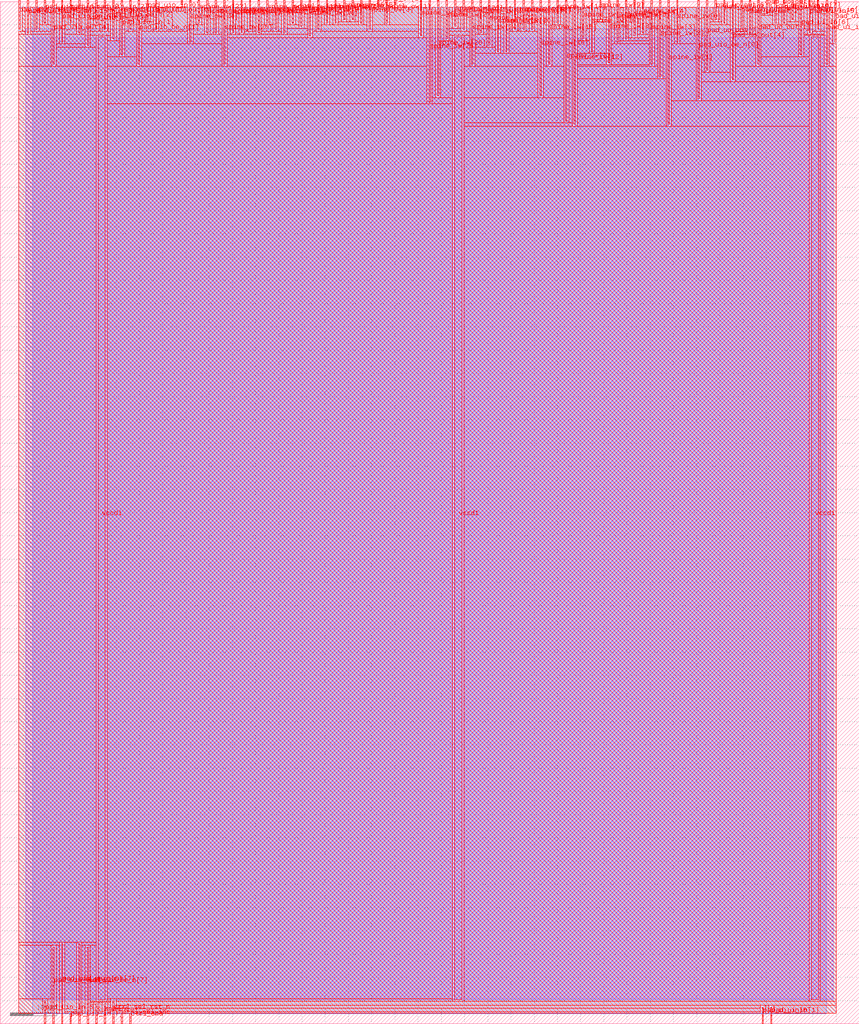
<source format=lef>
VERSION 5.7 ;
  NOWIREEXTENSIONATPIN ON ;
  DIVIDERCHAR "/" ;
  BUSBITCHARS "[]" ;
MACRO tt_ctrl
  CLASS BLOCK ;
  FOREIGN tt_ctrl ;
  ORIGIN 0.000 0.000 ;
  SIZE 185.000 BY 220.000 ;
  PIN ctrl_ena
    DIRECTION INPUT ;
    USE SIGNAL ;
    PORT
      LAYER met4 ;
        RECT 27.910 0.000 28.210 2.220 ;
    END
  END ctrl_ena
  PIN ctrl_sel_inc
    DIRECTION INPUT ;
    USE SIGNAL ;
    PORT
      LAYER met4 ;
        RECT 26.070 0.000 26.370 2.900 ;
    END
  END ctrl_sel_inc
  PIN ctrl_sel_rst_n
    DIRECTION INPUT ;
    USE SIGNAL ;
    PORT
      LAYER met4 ;
        RECT 24.230 0.000 24.530 4.940 ;
    END
  END ctrl_sel_rst_n
  PIN k_one
    DIRECTION OUTPUT TRISTATE ;
    USE SIGNAL ;
    PORT
      LAYER met4 ;
        RECT 20.550 0.000 20.850 4.260 ;
    END
  END k_one
  PIN k_zero
    DIRECTION OUTPUT TRISTATE ;
    USE SIGNAL ;
    PORT
      LAYER met4 ;
        RECT 22.390 0.000 22.690 4.260 ;
    END
  END k_zero
  PIN pad_ui_in[0]
    DIRECTION INPUT ;
    USE SIGNAL ;
    PORT
      LAYER met4 ;
        RECT 164.070 0.000 164.370 3.580 ;
    END
  END pad_ui_in[0]
  PIN pad_ui_in[1]
    DIRECTION INPUT ;
    USE SIGNAL ;
    PORT
      LAYER met4 ;
        RECT 165.910 0.000 166.210 3.580 ;
    END
  END pad_ui_in[1]
  PIN pad_ui_in[2]
    DIRECTION INPUT ;
    USE SIGNAL ;
    PORT
      LAYER met4 ;
        RECT 179.710 211.300 180.010 220.320 ;
    END
  END pad_ui_in[2]
  PIN pad_ui_in[3]
    DIRECTION INPUT ;
    USE SIGNAL ;
    PORT
      LAYER met4 ;
        RECT 177.870 206.540 178.170 220.320 ;
    END
  END pad_ui_in[3]
  PIN pad_ui_in[4]
    DIRECTION INPUT ;
    USE SIGNAL ;
    PORT
      LAYER met4 ;
        RECT 176.030 214.020 176.330 220.320 ;
    END
  END pad_ui_in[4]
  PIN pad_ui_in[5]
    DIRECTION INPUT ;
    USE SIGNAL ;
    PORT
      LAYER met4 ;
        RECT 174.190 213.340 174.490 220.320 ;
    END
  END pad_ui_in[5]
  PIN pad_ui_in[6]
    DIRECTION INPUT ;
    USE SIGNAL ;
    PORT
      LAYER met4 ;
        RECT 172.350 208.580 172.650 220.320 ;
    END
  END pad_ui_in[6]
  PIN pad_ui_in[7]
    DIRECTION INPUT ;
    USE SIGNAL ;
    PORT
      LAYER met4 ;
        RECT 170.510 216.060 170.810 220.320 ;
    END
  END pad_ui_in[7]
  PIN pad_ui_in[8]
    DIRECTION INPUT ;
    USE SIGNAL ;
    PORT
      LAYER met4 ;
        RECT 168.670 215.380 168.970 220.320 ;
    END
  END pad_ui_in[8]
  PIN pad_ui_in[9]
    DIRECTION INPUT ;
    USE SIGNAL ;
    PORT
      LAYER met4 ;
        RECT 166.830 215.380 167.130 220.320 ;
    END
  END pad_ui_in[9]
  PIN pad_uio_in[0]
    DIRECTION INPUT ;
    USE SIGNAL ;
    PORT
      LAYER met4 ;
        RECT 31.590 216.060 31.890 220.320 ;
    END
  END pad_uio_in[0]
  PIN pad_uio_in[1]
    DIRECTION INPUT ;
    USE SIGNAL ;
    PORT
      LAYER met4 ;
        RECT 26.070 208.580 26.370 220.320 ;
    END
  END pad_uio_in[1]
  PIN pad_uio_in[2]
    DIRECTION INPUT ;
    USE SIGNAL ;
    PORT
      LAYER met4 ;
        RECT 20.550 215.380 20.850 220.320 ;
    END
  END pad_uio_in[2]
  PIN pad_uio_in[3]
    DIRECTION INPUT ;
    USE SIGNAL ;
    PORT
      LAYER met4 ;
        RECT 15.030 215.380 15.330 220.320 ;
    END
  END pad_uio_in[3]
  PIN pad_uio_in[4]
    DIRECTION INPUT ;
    USE SIGNAL ;
    PORT
      LAYER met4 ;
        RECT 9.510 215.380 9.810 220.320 ;
    END
  END pad_uio_in[4]
  PIN pad_uio_in[5]
    DIRECTION INPUT ;
    USE SIGNAL ;
    PORT
      LAYER met4 ;
        RECT 3.990 214.020 4.290 220.320 ;
    END
  END pad_uio_in[5]
  PIN pad_uio_in[6]
    DIRECTION INPUT ;
    USE SIGNAL ;
    PORT
      LAYER met4 ;
        RECT 9.510 0.000 9.810 4.940 ;
    END
  END pad_uio_in[6]
  PIN pad_uio_in[7]
    DIRECTION INPUT ;
    USE SIGNAL ;
    PORT
      LAYER met4 ;
        RECT 15.030 0.000 15.330 2.220 ;
    END
  END pad_uio_in[7]
  PIN pad_uio_oe_n[0]
    DIRECTION OUTPUT TRISTATE ;
    USE SIGNAL ;
    PORT
      LAYER met4 ;
        RECT 150.270 199.060 150.570 220.320 ;
    END
  END pad_uio_oe_n[0]
  PIN pad_uio_oe_n[1]
    DIRECTION OUTPUT TRISTATE ;
    USE SIGNAL ;
    PORT
      LAYER met4 ;
        RECT 29.750 206.540 30.050 220.320 ;
    END
  END pad_uio_oe_n[1]
  PIN pad_uio_oe_n[2]
    DIRECTION OUTPUT TRISTATE ;
    USE SIGNAL ;
    PORT
      LAYER met4 ;
        RECT 24.230 211.980 24.530 220.320 ;
    END
  END pad_uio_oe_n[2]
  PIN pad_uio_oe_n[3]
    DIRECTION OUTPUT TRISTATE ;
    USE SIGNAL ;
    PORT
      LAYER met4 ;
        RECT 18.710 210.620 19.010 220.320 ;
    END
  END pad_uio_oe_n[3]
  PIN pad_uio_oe_n[4]
    DIRECTION OUTPUT TRISTATE ;
    USE SIGNAL ;
    PORT
      LAYER met4 ;
        RECT 13.190 211.300 13.490 220.320 ;
    END
  END pad_uio_oe_n[4]
  PIN pad_uio_oe_n[5]
    DIRECTION OUTPUT TRISTATE ;
    USE SIGNAL ;
    PORT
      LAYER met4 ;
        RECT 7.670 214.020 7.970 220.320 ;
    END
  END pad_uio_oe_n[5]
  PIN pad_uio_oe_n[6]
    DIRECTION OUTPUT TRISTATE ;
    USE SIGNAL ;
    PORT
      LAYER met4 ;
        RECT 13.190 0.000 13.490 17.180 ;
    END
  END pad_uio_oe_n[6]
  PIN pad_uio_oe_n[7]
    DIRECTION OUTPUT TRISTATE ;
    USE SIGNAL ;
    PORT
      LAYER met4 ;
        RECT 18.710 0.000 19.010 16.500 ;
    END
  END pad_uio_oe_n[7]
  PIN pad_uio_out[0]
    DIRECTION OUTPUT TRISTATE ;
    USE SIGNAL ;
    PORT
      LAYER met4 ;
        RECT 33.430 214.020 33.730 220.320 ;
    END
  END pad_uio_out[0]
  PIN pad_uio_out[1]
    DIRECTION OUTPUT TRISTATE ;
    USE SIGNAL ;
    PORT
      LAYER met4 ;
        RECT 27.910 214.020 28.210 220.320 ;
    END
  END pad_uio_out[1]
  PIN pad_uio_out[2]
    DIRECTION OUTPUT TRISTATE ;
    USE SIGNAL ;
    PORT
      LAYER met4 ;
        RECT 22.390 214.020 22.690 220.320 ;
    END
  END pad_uio_out[2]
  PIN pad_uio_out[3]
    DIRECTION OUTPUT TRISTATE ;
    USE SIGNAL ;
    PORT
      LAYER met4 ;
        RECT 16.870 213.340 17.170 220.320 ;
    END
  END pad_uio_out[3]
  PIN pad_uio_out[4]
    DIRECTION OUTPUT TRISTATE ;
    USE SIGNAL ;
    PORT
      LAYER met4 ;
        RECT 11.350 206.540 11.650 220.320 ;
    END
  END pad_uio_out[4]
  PIN pad_uio_out[5]
    DIRECTION OUTPUT TRISTATE ;
    USE SIGNAL ;
    PORT
      LAYER met4 ;
        RECT 5.830 213.340 6.130 220.320 ;
    END
  END pad_uio_out[5]
  PIN pad_uio_out[6]
    DIRECTION OUTPUT TRISTATE ;
    USE SIGNAL ;
    PORT
      LAYER met4 ;
        RECT 11.350 0.000 11.650 16.500 ;
    END
  END pad_uio_out[6]
  PIN pad_uio_out[7]
    DIRECTION OUTPUT TRISTATE ;
    USE SIGNAL ;
    PORT
      LAYER met4 ;
        RECT 16.870 0.000 17.170 17.180 ;
    END
  END pad_uio_out[7]
  PIN pad_uo_out[0]
    DIRECTION OUTPUT TRISTATE ;
    USE SIGNAL ;
    PORT
      LAYER met4 ;
        RECT 164.990 217.420 165.290 220.320 ;
    END
  END pad_uo_out[0]
  PIN pad_uo_out[1]
    DIRECTION OUTPUT TRISTATE ;
    USE SIGNAL ;
    PORT
      LAYER met4 ;
        RECT 163.150 206.540 163.450 220.320 ;
    END
  END pad_uo_out[1]
  PIN pad_uo_out[2]
    DIRECTION OUTPUT TRISTATE ;
    USE SIGNAL ;
    PORT
      LAYER met4 ;
        RECT 161.310 213.340 161.610 220.320 ;
    END
  END pad_uo_out[2]
  PIN pad_uo_out[3]
    DIRECTION OUTPUT TRISTATE ;
    USE SIGNAL ;
    PORT
      LAYER met4 ;
        RECT 159.470 214.020 159.770 220.320 ;
    END
  END pad_uo_out[3]
  PIN pad_uo_out[4]
    DIRECTION OUTPUT TRISTATE ;
    USE SIGNAL ;
    PORT
      LAYER met4 ;
        RECT 157.630 203.140 157.930 220.320 ;
    END
  END pad_uo_out[4]
  PIN pad_uo_out[5]
    DIRECTION OUTPUT TRISTATE ;
    USE SIGNAL ;
    PORT
      LAYER met4 ;
        RECT 155.790 215.380 156.090 220.320 ;
    END
  END pad_uo_out[5]
  PIN pad_uo_out[6]
    DIRECTION OUTPUT TRISTATE ;
    USE SIGNAL ;
    PORT
      LAYER met4 ;
        RECT 153.950 216.060 154.250 220.320 ;
    END
  END pad_uo_out[6]
  PIN pad_uo_out[7]
    DIRECTION OUTPUT TRISTATE ;
    USE SIGNAL ;
    PORT
      LAYER met4 ;
        RECT 152.110 205.180 152.410 220.320 ;
    END
  END pad_uo_out[7]
  PIN spine_iw[0]
    DIRECTION OUTPUT TRISTATE ;
    USE SIGNAL ;
    PORT
      LAYER met4 ;
        RECT 145.670 211.300 145.970 220.320 ;
    END
  END spine_iw[0]
  PIN spine_iw[10]
    DIRECTION OUTPUT TRISTATE ;
    USE SIGNAL ;
    PORT
      LAYER met4 ;
        RECT 127.270 209.260 127.570 220.320 ;
    END
  END spine_iw[10]
  PIN spine_iw[11]
    DIRECTION OUTPUT TRISTATE ;
    USE SIGNAL ;
    PORT
      LAYER met4 ;
        RECT 125.430 211.980 125.730 220.320 ;
    END
  END spine_iw[11]
  PIN spine_iw[12]
    DIRECTION OUTPUT TRISTATE ;
    USE SIGNAL ;
    PORT
      LAYER met4 ;
        RECT 123.590 193.620 123.890 220.320 ;
    END
  END spine_iw[12]
  PIN spine_iw[13]
    DIRECTION OUTPUT TRISTATE ;
    USE SIGNAL ;
    PORT
      LAYER met4 ;
        RECT 121.750 194.300 122.050 220.320 ;
    END
  END spine_iw[13]
  PIN spine_iw[14]
    DIRECTION OUTPUT TRISTATE ;
    USE SIGNAL ;
    PORT
      LAYER met4 ;
        RECT 119.910 215.380 120.210 220.320 ;
    END
  END spine_iw[14]
  PIN spine_iw[15]
    DIRECTION OUTPUT TRISTATE ;
    USE SIGNAL ;
    PORT
      LAYER met4 ;
        RECT 118.070 206.540 118.370 220.320 ;
    END
  END spine_iw[15]
  PIN spine_iw[16]
    DIRECTION OUTPUT TRISTATE ;
    USE SIGNAL ;
    PORT
      LAYER met4 ;
        RECT 116.230 199.740 116.530 220.320 ;
    END
  END spine_iw[16]
  PIN spine_iw[17]
    DIRECTION OUTPUT TRISTATE ;
    USE SIGNAL ;
    PORT
      LAYER met4 ;
        RECT 114.390 214.020 114.690 220.320 ;
    END
  END spine_iw[17]
  PIN spine_iw[18]
    DIRECTION OUTPUT TRISTATE ;
    USE SIGNAL ;
    PORT
      LAYER met4 ;
        RECT 112.550 214.020 112.850 220.320 ;
    END
  END spine_iw[18]
  PIN spine_iw[19]
    DIRECTION OUTPUT TRISTATE ;
    USE SIGNAL ;
    PORT
      LAYER met4 ;
        RECT 110.710 214.020 111.010 220.320 ;
    END
  END spine_iw[19]
  PIN spine_iw[1]
    DIRECTION OUTPUT TRISTATE ;
    USE SIGNAL ;
    PORT
      LAYER met4 ;
        RECT 143.830 193.620 144.130 220.320 ;
    END
  END spine_iw[1]
  PIN spine_iw[20]
    DIRECTION OUTPUT TRISTATE ;
    USE SIGNAL ;
    PORT
      LAYER met4 ;
        RECT 108.870 209.260 109.170 220.320 ;
    END
  END spine_iw[20]
  PIN spine_iw[21]
    DIRECTION OUTPUT TRISTATE ;
    USE SIGNAL ;
    PORT
      LAYER met4 ;
        RECT 107.030 209.260 107.330 220.320 ;
    END
  END spine_iw[21]
  PIN spine_iw[22]
    DIRECTION OUTPUT TRISTATE ;
    USE SIGNAL ;
    PORT
      LAYER met4 ;
        RECT 105.190 210.620 105.490 220.320 ;
    END
  END spine_iw[22]
  PIN spine_iw[23]
    DIRECTION OUTPUT TRISTATE ;
    USE SIGNAL ;
    PORT
      LAYER met4 ;
        RECT 103.350 213.340 103.650 220.320 ;
    END
  END spine_iw[23]
  PIN spine_iw[24]
    DIRECTION OUTPUT TRISTATE ;
    USE SIGNAL ;
    PORT
      LAYER met4 ;
        RECT 101.510 206.540 101.810 220.320 ;
    END
  END spine_iw[24]
  PIN spine_iw[25]
    DIRECTION OUTPUT TRISTATE ;
    USE SIGNAL ;
    PORT
      LAYER met4 ;
        RECT 99.670 214.020 99.970 220.320 ;
    END
  END spine_iw[25]
  PIN spine_iw[26]
    DIRECTION OUTPUT TRISTATE ;
    USE SIGNAL ;
    PORT
      LAYER met4 ;
        RECT 97.830 214.700 98.130 220.320 ;
    END
  END spine_iw[26]
  PIN spine_iw[27]
    DIRECTION OUTPUT TRISTATE ;
    USE SIGNAL ;
    PORT
      LAYER met4 ;
        RECT 95.990 211.980 96.290 220.320 ;
    END
  END spine_iw[27]
  PIN spine_iw[28]
    DIRECTION OUTPUT TRISTATE ;
    USE SIGNAL ;
    PORT
      LAYER met4 ;
        RECT 94.150 199.740 94.450 220.320 ;
    END
  END spine_iw[28]
  PIN spine_iw[29]
    DIRECTION OUTPUT TRISTATE ;
    USE SIGNAL ;
    PORT
      LAYER met4 ;
        RECT 92.310 198.380 92.610 220.320 ;
    END
  END spine_iw[29]
  PIN spine_iw[2]
    DIRECTION OUTPUT TRISTATE ;
    USE SIGNAL ;
    PORT
      LAYER met4 ;
        RECT 141.990 203.820 142.290 220.320 ;
    END
  END spine_iw[2]
  PIN spine_iw[30]
    DIRECTION OUTPUT TRISTATE ;
    USE SIGNAL ;
    PORT
      LAYER met4 ;
        RECT 90.470 212.660 90.770 220.320 ;
    END
  END spine_iw[30]
  PIN spine_iw[3]
    DIRECTION OUTPUT TRISTATE ;
    USE SIGNAL ;
    PORT
      LAYER met4 ;
        RECT 140.150 206.540 140.450 220.320 ;
    END
  END spine_iw[3]
  PIN spine_iw[4]
    DIRECTION OUTPUT TRISTATE ;
    USE SIGNAL ;
    PORT
      LAYER met4 ;
        RECT 138.310 213.340 138.610 220.320 ;
    END
  END spine_iw[4]
  PIN spine_iw[5]
    DIRECTION OUTPUT TRISTATE ;
    USE SIGNAL ;
    PORT
      LAYER met4 ;
        RECT 136.470 212.660 136.770 220.320 ;
    END
  END spine_iw[5]
  PIN spine_iw[6]
    DIRECTION OUTPUT TRISTATE ;
    USE SIGNAL ;
    PORT
      LAYER met4 ;
        RECT 134.630 211.980 134.930 220.320 ;
    END
  END spine_iw[6]
  PIN spine_iw[7]
    DIRECTION OUTPUT TRISTATE ;
    USE SIGNAL ;
    PORT
      LAYER met4 ;
        RECT 132.790 211.300 133.090 220.320 ;
    END
  END spine_iw[7]
  PIN spine_iw[8]
    DIRECTION OUTPUT TRISTATE ;
    USE SIGNAL ;
    PORT
      LAYER met4 ;
        RECT 130.950 206.850 131.250 220.320 ;
    END
  END spine_iw[8]
  PIN spine_iw[9]
    DIRECTION OUTPUT TRISTATE ;
    USE SIGNAL ;
    PORT
      LAYER met4 ;
        RECT 129.110 216.060 129.410 220.320 ;
    END
  END spine_iw[9]
  PIN spine_ow[0]
    DIRECTION INPUT ;
    USE SIGNAL ;
    PORT
      LAYER met4 ;
        RECT 84.950 219.320 85.250 220.320 ;
    END
  END spine_ow[0]
  PIN spine_ow[10]
    DIRECTION INPUT ;
    USE SIGNAL ;
    PORT
      LAYER met4 ;
        RECT 66.550 212.660 66.850 220.320 ;
    END
  END spine_ow[10]
  PIN spine_ow[11]
    DIRECTION INPUT ;
    USE SIGNAL ;
    PORT
      LAYER met4 ;
        RECT 64.710 214.700 65.010 220.320 ;
    END
  END spine_ow[11]
  PIN spine_ow[12]
    DIRECTION INPUT ;
    USE SIGNAL ;
    PORT
      LAYER met4 ;
        RECT 62.870 215.380 63.170 220.320 ;
    END
  END spine_ow[12]
  PIN spine_ow[13]
    DIRECTION INPUT ;
    USE SIGNAL ;
    PORT
      LAYER met4 ;
        RECT 61.030 213.340 61.330 220.320 ;
    END
  END spine_ow[13]
  PIN spine_ow[14]
    DIRECTION INPUT ;
    USE SIGNAL ;
    PORT
      LAYER met4 ;
        RECT 59.190 214.020 59.490 220.320 ;
    END
  END spine_ow[14]
  PIN spine_ow[15]
    DIRECTION INPUT ;
    USE SIGNAL ;
    PORT
      LAYER met4 ;
        RECT 57.350 215.380 57.650 220.320 ;
    END
  END spine_ow[15]
  PIN spine_ow[16]
    DIRECTION INPUT ;
    USE SIGNAL ;
    PORT
      LAYER met4 ;
        RECT 55.510 213.340 55.810 220.320 ;
    END
  END spine_ow[16]
  PIN spine_ow[17]
    DIRECTION INPUT ;
    USE SIGNAL ;
    PORT
      LAYER met4 ;
        RECT 53.670 214.020 53.970 220.320 ;
    END
  END spine_ow[17]
  PIN spine_ow[18]
    DIRECTION INPUT ;
    USE SIGNAL ;
    PORT
      LAYER met4 ;
        RECT 51.830 213.340 52.130 220.320 ;
    END
  END spine_ow[18]
  PIN spine_ow[19]
    DIRECTION INPUT ;
    USE SIGNAL ;
    PORT
      LAYER met4 ;
        RECT 49.990 213.340 50.290 220.320 ;
    END
  END spine_ow[19]
  PIN spine_ow[1]
    DIRECTION INPUT ;
    USE SIGNAL ;
    PORT
      LAYER met4 ;
        RECT 83.110 215.380 83.410 220.320 ;
    END
  END spine_ow[1]
  PIN spine_ow[20]
    DIRECTION INPUT ;
    USE SIGNAL ;
    PORT
      LAYER met4 ;
        RECT 48.150 206.540 48.450 220.320 ;
    END
  END spine_ow[20]
  PIN spine_ow[21]
    DIRECTION INPUT ;
    USE SIGNAL ;
    PORT
      LAYER met4 ;
        RECT 46.310 213.340 46.610 220.320 ;
    END
  END spine_ow[21]
  PIN spine_ow[22]
    DIRECTION INPUT ;
    USE SIGNAL ;
    PORT
      LAYER met4 ;
        RECT 44.470 213.340 44.770 220.320 ;
    END
  END spine_ow[22]
  PIN spine_ow[23]
    DIRECTION INPUT ;
    USE SIGNAL ;
    PORT
      LAYER met4 ;
        RECT 42.630 215.380 42.930 220.320 ;
    END
  END spine_ow[23]
  PIN spine_ow[24]
    DIRECTION INPUT ;
    USE SIGNAL ;
    PORT
      LAYER met4 ;
        RECT 40.790 211.300 41.090 220.320 ;
    END
  END spine_ow[24]
  PIN spine_ow[25]
    DIRECTION INPUT ;
    USE SIGNAL ;
    PORT
      LAYER met4 ;
        RECT 38.950 219.320 39.250 220.320 ;
    END
  END spine_ow[25]
  PIN spine_ow[2]
    DIRECTION INPUT ;
    USE SIGNAL ;
    PORT
      LAYER met4 ;
        RECT 81.270 218.780 81.570 220.320 ;
    END
  END spine_ow[2]
  PIN spine_ow[3]
    DIRECTION INPUT ;
    USE SIGNAL ;
    PORT
      LAYER met4 ;
        RECT 79.430 214.020 79.730 220.320 ;
    END
  END spine_ow[3]
  PIN spine_ow[4]
    DIRECTION INPUT ;
    USE SIGNAL ;
    PORT
      LAYER met4 ;
        RECT 77.590 215.380 77.890 220.320 ;
    END
  END spine_ow[4]
  PIN spine_ow[5]
    DIRECTION INPUT ;
    USE SIGNAL ;
    PORT
      LAYER met4 ;
        RECT 75.750 216.060 76.050 220.320 ;
    END
  END spine_ow[5]
  PIN spine_ow[6]
    DIRECTION INPUT ;
    USE SIGNAL ;
    PORT
      LAYER met4 ;
        RECT 73.910 216.060 74.210 220.320 ;
    END
  END spine_ow[6]
  PIN spine_ow[7]
    DIRECTION INPUT ;
    USE SIGNAL ;
    PORT
      LAYER met4 ;
        RECT 72.070 215.380 72.370 220.320 ;
    END
  END spine_ow[7]
  PIN spine_ow[8]
    DIRECTION INPUT ;
    USE SIGNAL ;
    PORT
      LAYER met4 ;
        RECT 70.230 215.380 70.530 220.320 ;
    END
  END spine_ow[8]
  PIN spine_ow[9]
    DIRECTION INPUT ;
    USE SIGNAL ;
    PORT
      LAYER met4 ;
        RECT 68.390 214.020 68.690 220.320 ;
    END
  END spine_ow[9]
  PIN vccd1
    DIRECTION INOUT ;
    USE POWER ;
    PORT
      LAYER met4 ;
        RECT 21.040 5.200 22.640 212.400 ;
    END
    PORT
      LAYER met4 ;
        RECT 174.640 5.200 176.240 212.400 ;
    END
  END vccd1
  PIN vssd1
    DIRECTION INOUT ;
    USE GROUND ;
    PORT
      LAYER met4 ;
        RECT 97.840 5.200 99.440 212.400 ;
    END
  END vssd1
  OBS
      LAYER li1 ;
        RECT 5.520 5.355 179.400 212.245 ;
      LAYER met1 ;
        RECT 5.520 5.200 179.400 214.160 ;
      LAYER met2 ;
        RECT 6.990 2.195 177.930 218.805 ;
      LAYER met3 ;
        RECT 3.950 2.215 180.050 218.785 ;
      LAYER met4 ;
        RECT 4.690 213.620 5.430 218.785 ;
        RECT 3.975 212.940 5.430 213.620 ;
        RECT 6.530 213.620 7.270 218.785 ;
        RECT 8.370 214.980 9.110 218.785 ;
        RECT 10.210 214.980 10.950 218.785 ;
        RECT 8.370 213.620 10.950 214.980 ;
        RECT 6.530 212.940 10.950 213.620 ;
        RECT 3.975 206.140 10.950 212.940 ;
        RECT 12.050 210.900 12.790 218.785 ;
        RECT 13.890 214.980 14.630 218.785 ;
        RECT 15.730 214.980 16.470 218.785 ;
        RECT 13.890 212.940 16.470 214.980 ;
        RECT 17.570 212.940 18.310 218.785 ;
        RECT 13.890 210.900 18.310 212.940 ;
        RECT 12.050 210.220 18.310 210.900 ;
        RECT 19.410 214.980 20.150 218.785 ;
        RECT 21.250 214.980 21.990 218.785 ;
        RECT 19.410 213.620 21.990 214.980 ;
        RECT 23.090 213.620 23.830 218.785 ;
        RECT 19.410 212.800 23.830 213.620 ;
        RECT 19.410 210.220 20.640 212.800 ;
        RECT 12.050 206.140 20.640 210.220 ;
        RECT 3.975 17.580 20.640 206.140 ;
        RECT 3.975 16.900 12.790 17.580 ;
        RECT 3.975 5.340 10.950 16.900 ;
        RECT 3.975 2.215 9.110 5.340 ;
        RECT 10.210 2.215 10.950 5.340 ;
        RECT 12.050 2.215 12.790 16.900 ;
        RECT 13.890 2.620 16.470 17.580 ;
        RECT 13.890 2.215 14.630 2.620 ;
        RECT 15.730 2.215 16.470 2.620 ;
        RECT 17.570 16.900 20.640 17.580 ;
        RECT 17.570 2.215 18.310 16.900 ;
        RECT 19.410 4.800 20.640 16.900 ;
        RECT 23.040 211.580 23.830 212.800 ;
        RECT 24.930 211.580 25.670 218.785 ;
        RECT 23.040 208.180 25.670 211.580 ;
        RECT 26.770 213.620 27.510 218.785 ;
        RECT 28.610 213.620 29.350 218.785 ;
        RECT 26.770 208.180 29.350 213.620 ;
        RECT 23.040 206.140 29.350 208.180 ;
        RECT 30.450 215.660 31.190 218.785 ;
        RECT 32.290 215.660 33.030 218.785 ;
        RECT 30.450 213.620 33.030 215.660 ;
        RECT 34.130 213.620 40.390 218.785 ;
        RECT 30.450 210.900 40.390 213.620 ;
        RECT 41.490 214.980 42.230 218.785 ;
        RECT 43.330 214.980 44.070 218.785 ;
        RECT 41.490 212.940 44.070 214.980 ;
        RECT 45.170 212.940 45.910 218.785 ;
        RECT 47.010 212.940 47.750 218.785 ;
        RECT 41.490 210.900 47.750 212.940 ;
        RECT 30.450 206.140 47.750 210.900 ;
        RECT 48.850 212.940 49.590 218.785 ;
        RECT 50.690 212.940 51.430 218.785 ;
        RECT 52.530 213.620 53.270 218.785 ;
        RECT 54.370 213.620 55.110 218.785 ;
        RECT 52.530 212.940 55.110 213.620 ;
        RECT 56.210 214.980 56.950 218.785 ;
        RECT 58.050 214.980 58.790 218.785 ;
        RECT 56.210 213.620 58.790 214.980 ;
        RECT 59.890 213.620 60.630 218.785 ;
        RECT 56.210 212.940 60.630 213.620 ;
        RECT 61.730 214.980 62.470 218.785 ;
        RECT 63.570 214.980 64.310 218.785 ;
        RECT 61.730 214.300 64.310 214.980 ;
        RECT 65.410 214.300 66.150 218.785 ;
        RECT 61.730 212.940 66.150 214.300 ;
        RECT 48.850 212.260 66.150 212.940 ;
        RECT 67.250 213.620 67.990 218.785 ;
        RECT 69.090 214.980 69.830 218.785 ;
        RECT 70.930 214.980 71.670 218.785 ;
        RECT 72.770 215.660 73.510 218.785 ;
        RECT 74.610 215.660 75.350 218.785 ;
        RECT 76.450 215.660 77.190 218.785 ;
        RECT 72.770 214.980 77.190 215.660 ;
        RECT 78.290 214.980 79.030 218.785 ;
        RECT 69.090 213.620 79.030 214.980 ;
        RECT 80.130 218.380 80.870 218.785 ;
        RECT 81.970 218.380 82.710 218.785 ;
        RECT 80.130 214.980 82.710 218.380 ;
        RECT 83.810 214.980 90.070 218.785 ;
        RECT 80.130 213.620 90.070 214.980 ;
        RECT 67.250 212.260 90.070 213.620 ;
        RECT 91.170 212.260 91.910 218.785 ;
        RECT 48.850 206.140 91.910 212.260 ;
        RECT 23.040 197.980 91.910 206.140 ;
        RECT 93.010 199.340 93.750 218.785 ;
        RECT 94.850 211.580 95.590 218.785 ;
        RECT 96.690 214.300 97.430 218.785 ;
        RECT 98.530 214.300 99.270 218.785 ;
        RECT 96.690 213.620 99.270 214.300 ;
        RECT 100.370 213.620 101.110 218.785 ;
        RECT 96.690 212.800 101.110 213.620 ;
        RECT 96.690 211.580 97.440 212.800 ;
        RECT 94.850 199.340 97.440 211.580 ;
        RECT 93.010 197.980 97.440 199.340 ;
        RECT 23.040 5.340 97.440 197.980 ;
        RECT 23.040 4.800 23.830 5.340 ;
        RECT 19.410 4.660 23.830 4.800 ;
        RECT 19.410 2.215 20.150 4.660 ;
        RECT 21.250 2.215 21.990 4.660 ;
        RECT 23.090 2.215 23.830 4.660 ;
        RECT 24.930 4.800 97.440 5.340 ;
        RECT 99.840 206.140 101.110 212.800 ;
        RECT 102.210 212.940 102.950 218.785 ;
        RECT 104.050 212.940 104.790 218.785 ;
        RECT 102.210 210.220 104.790 212.940 ;
        RECT 105.890 210.220 106.630 218.785 ;
        RECT 102.210 208.860 106.630 210.220 ;
        RECT 107.730 208.860 108.470 218.785 ;
        RECT 109.570 213.620 110.310 218.785 ;
        RECT 111.410 213.620 112.150 218.785 ;
        RECT 113.250 213.620 113.990 218.785 ;
        RECT 115.090 213.620 115.830 218.785 ;
        RECT 109.570 208.860 115.830 213.620 ;
        RECT 102.210 206.140 115.830 208.860 ;
        RECT 99.840 199.340 115.830 206.140 ;
        RECT 116.930 206.140 117.670 218.785 ;
        RECT 118.770 214.980 119.510 218.785 ;
        RECT 120.610 214.980 121.350 218.785 ;
        RECT 118.770 206.140 121.350 214.980 ;
        RECT 116.930 199.340 121.350 206.140 ;
        RECT 99.840 193.900 121.350 199.340 ;
        RECT 122.450 193.900 123.190 218.785 ;
        RECT 99.840 193.220 123.190 193.900 ;
        RECT 124.290 211.580 125.030 218.785 ;
        RECT 126.130 211.580 126.870 218.785 ;
        RECT 124.290 208.860 126.870 211.580 ;
        RECT 127.970 215.660 128.710 218.785 ;
        RECT 129.810 215.660 130.550 218.785 ;
        RECT 127.970 208.860 130.550 215.660 ;
        RECT 124.290 206.450 130.550 208.860 ;
        RECT 131.650 210.900 132.390 218.785 ;
        RECT 133.490 211.580 134.230 218.785 ;
        RECT 135.330 212.260 136.070 218.785 ;
        RECT 137.170 212.940 137.910 218.785 ;
        RECT 139.010 212.940 139.750 218.785 ;
        RECT 137.170 212.260 139.750 212.940 ;
        RECT 135.330 211.580 139.750 212.260 ;
        RECT 133.490 210.900 139.750 211.580 ;
        RECT 131.650 206.450 139.750 210.900 ;
        RECT 124.290 206.140 139.750 206.450 ;
        RECT 140.850 206.140 141.590 218.785 ;
        RECT 124.290 203.420 141.590 206.140 ;
        RECT 142.690 203.420 143.430 218.785 ;
        RECT 124.290 193.220 143.430 203.420 ;
        RECT 144.530 210.900 145.270 218.785 ;
        RECT 146.370 210.900 149.870 218.785 ;
        RECT 144.530 198.660 149.870 210.900 ;
        RECT 150.970 204.780 151.710 218.785 ;
        RECT 152.810 215.660 153.550 218.785 ;
        RECT 154.650 215.660 155.390 218.785 ;
        RECT 152.810 214.980 155.390 215.660 ;
        RECT 156.490 214.980 157.230 218.785 ;
        RECT 152.810 204.780 157.230 214.980 ;
        RECT 150.970 202.740 157.230 204.780 ;
        RECT 158.330 213.620 159.070 218.785 ;
        RECT 160.170 213.620 160.910 218.785 ;
        RECT 158.330 212.940 160.910 213.620 ;
        RECT 162.010 212.940 162.750 218.785 ;
        RECT 158.330 206.140 162.750 212.940 ;
        RECT 163.850 217.020 164.590 218.785 ;
        RECT 165.690 217.020 166.430 218.785 ;
        RECT 163.850 214.980 166.430 217.020 ;
        RECT 167.530 214.980 168.270 218.785 ;
        RECT 169.370 215.660 170.110 218.785 ;
        RECT 171.210 215.660 171.950 218.785 ;
        RECT 169.370 214.980 171.950 215.660 ;
        RECT 163.850 208.180 171.950 214.980 ;
        RECT 173.050 212.940 173.790 218.785 ;
        RECT 174.890 213.620 175.630 218.785 ;
        RECT 176.730 213.620 177.470 218.785 ;
        RECT 174.890 212.940 177.470 213.620 ;
        RECT 173.050 212.800 177.470 212.940 ;
        RECT 173.050 208.180 174.240 212.800 ;
        RECT 163.850 206.140 174.240 208.180 ;
        RECT 158.330 202.740 174.240 206.140 ;
        RECT 150.970 198.660 174.240 202.740 ;
        RECT 144.530 193.220 174.240 198.660 ;
        RECT 99.840 4.800 174.240 193.220 ;
        RECT 176.640 206.140 177.470 212.800 ;
        RECT 178.570 210.900 179.310 218.785 ;
        RECT 178.570 206.140 180.025 210.900 ;
        RECT 176.640 4.800 180.025 206.140 ;
        RECT 24.930 3.980 180.025 4.800 ;
        RECT 24.930 3.300 163.670 3.980 ;
        RECT 24.930 2.215 25.670 3.300 ;
        RECT 26.770 2.620 163.670 3.300 ;
        RECT 26.770 2.215 27.510 2.620 ;
        RECT 28.610 2.215 163.670 2.620 ;
        RECT 164.770 2.215 165.510 3.980 ;
        RECT 166.610 2.215 180.025 3.980 ;
  END
END tt_ctrl
END LIBRARY


</source>
